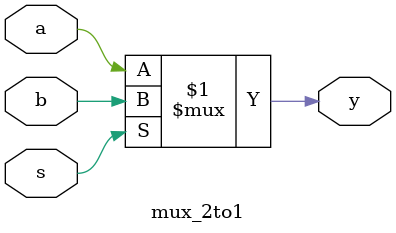
<source format=v>
`timescale 1ns / 1ps
module mux_2to1(a,b,s,y);
input a,b,s;
output wire y;
assign y=s?b:a;
endmodule
</source>
